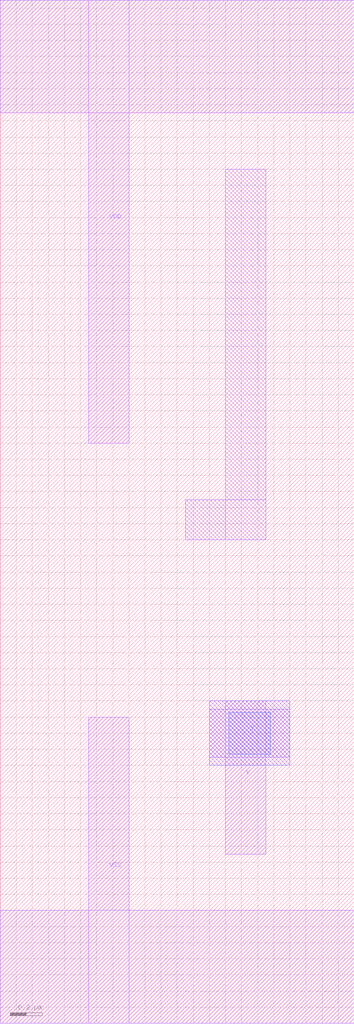
<source format=lef>
# Copyright 2022 Google LLC
# Licensed under the Apache License, Version 2.0 (the "License");
# you may not use this file except in compliance with the License.
# You may obtain a copy of the License at
#
#      http://www.apache.org/licenses/LICENSE-2.0
#
# Unless required by applicable law or agreed to in writing, software
# distributed under the License is distributed on an "AS IS" BASIS,
# WITHOUT WARRANTIES OR CONDITIONS OF ANY KIND, either express or implied.
# See the License for the specific language governing permissions and
# limitations under the License.
VERSION 5.7 ;
BUSBITCHARS "[]" ;
DIVIDERCHAR "/" ;

MACRO gf180mcu_osu_sc_gp9t3v3__tiel
  CLASS CORE ;
  ORIGIN 0 0 ;
  FOREIGN gf180mcu_osu_sc_gp9t3v3__tiel 0 0 ;
  SIZE 2.2 BY 6.35 ;
  SYMMETRY X Y ;
  SITE gf180mcu_osu_sc_gp9t3v3 ;
  PIN VDD
    DIRECTION INOUT ;
    USE POWER ;
    SHAPE ABUTMENT ;
    PORT
      LAYER Metal1 ;
        RECT 0 5.65 2.2 6.35 ;
        RECT 0.55 3.6 0.8 6.35 ;
    END
  END VDD
  PIN VSS
    DIRECTION INOUT ;
    USE GROUND ;
    SHAPE ABUTMENT ;
    PORT
      LAYER Metal1 ;
        RECT 0 0 2.2 0.7 ;
        RECT 0.55 0 0.8 1.9 ;
    END
  END VSS
  PIN Y
    DIRECTION OUTPUT ;
    USE SIGNAL ;
    PORT
      LAYER Metal1 ;
        RECT 1.3 1.65 1.8 1.95 ;
        RECT 1.4 1.05 1.65 2 ;
      LAYER Metal2 ;
        RECT 1.3 1.6 1.8 2 ;
      LAYER Via1 ;
        RECT 1.42 1.67 1.68 1.93 ;
    END
  END Y
  OBS
    LAYER Metal1 ;
      RECT 1.4 3 1.65 5.3 ;
      RECT 1.15 3 1.65 3.25 ;
  END
END gf180mcu_osu_sc_gp9t3v3__tiel

</source>
